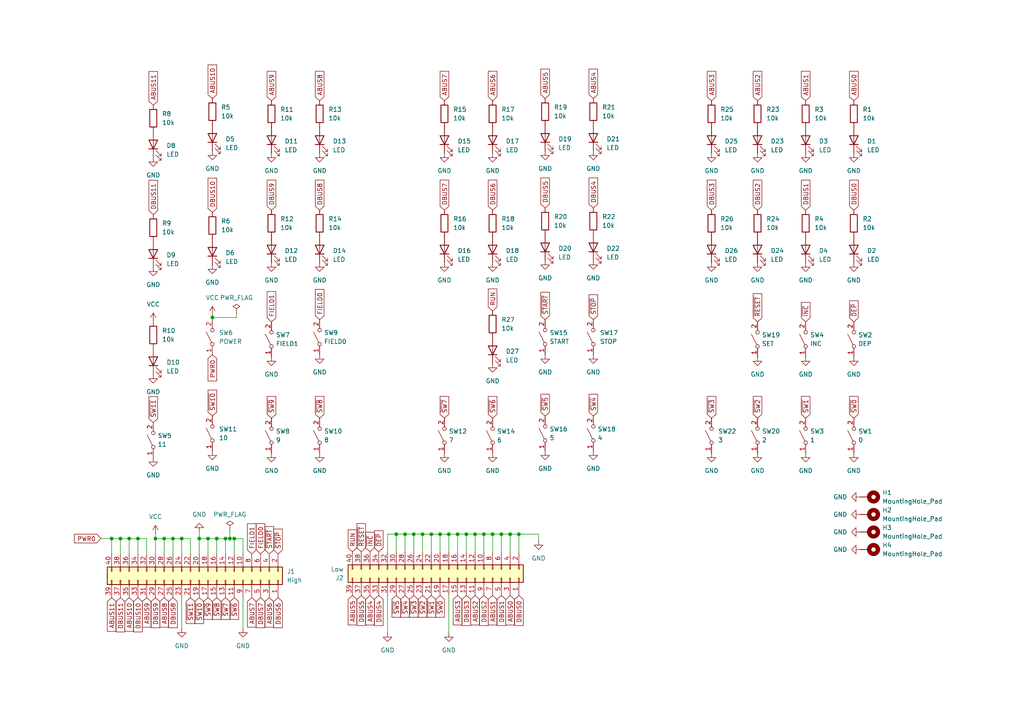
<source format=kicad_sch>
(kicad_sch (version 20230121) (generator eeschema)
  (paper "A4")
  (lib_symbols
    (symbol "Connector_Generic:Conn_02x20_Odd_Even" (pin_names (offset 1.016) hide)
      (property "Reference" "J" (at 1.27 25.4 0))
      (property "Value" "Conn_02x20_Odd_Even" (at 1.27 -27.94 0))
      (symbol "Conn_02x20_Odd_Even_1_1"
        (pin passive line (at -5.08 22.86 0) (length 3.81) (name "Pin_1") (number "1"))
        (pin passive line (at 7.62 12.7 180) (length 3.81) (name "Pin_10") (number "10"))
        (pin passive line (at -5.08 10.16 0) (length 3.81) (name "Pin_11") (number "11"))
        (pin passive line (at 7.62 10.16 180) (length 3.81) (name "Pin_12") (number "12"))
        (pin passive line (at -5.08 7.62 0) (length 3.81) (name "Pin_13") (number "13"))
        (pin passive line (at 7.62 7.62 180) (length 3.81) (name "Pin_14") (number "14"))
        (pin passive line (at -5.08 5.08 0) (length 3.81) (name "Pin_15") (number "15"))
        (pin passive line (at 7.62 5.08 180) (length 3.81) (name "Pin_16") (number "16"))
        (pin passive line (at -5.08 2.54 0) (length 3.81) (name "Pin_17") (number "17"))
        (pin passive line (at 7.62 2.54 180) (length 3.81) (name "Pin_18") (number "18"))
        (pin passive line (at -5.08 0 0) (length 3.81) (name "Pin_19") (number "19"))
        (pin passive line (at 7.62 22.86 180) (length 3.81) (name "Pin_2") (number "2"))
        (pin passive line (at 7.62 0 180) (length 3.81) (name "Pin_20") (number "20"))
        (pin passive line (at -5.08 -2.54 0) (length 3.81) (name "Pin_21") (number "21"))
        (pin passive line (at 7.62 -2.54 180) (length 3.81) (name "Pin_22") (number "22"))
        (pin passive line (at -5.08 -5.08 0) (length 3.81) (name "Pin_23") (number "23"))
        (pin passive line (at 7.62 -5.08 180) (length 3.81) (name "Pin_24") (number "24"))
        (pin passive line (at -5.08 -7.62 0) (length 3.81) (name "Pin_25") (number "25"))
        (pin passive line (at 7.62 -7.62 180) (length 3.81) (name "Pin_26") (number "26"))
        (pin passive line (at -5.08 -10.16 0) (length 3.81) (name "Pin_27") (number "27"))
        (pin passive line (at 7.62 -10.16 180) (length 3.81) (name "Pin_28") (number "28"))
        (pin passive line (at -5.08 -12.7 0) (length 3.81) (name "Pin_29") (number "29"))
        (pin passive line (at -5.08 20.32 0) (length 3.81) (name "Pin_3") (number "3"))
        (pin passive line (at 7.62 -12.7 180) (length 3.81) (name "Pin_30") (number "30"))
        (pin passive line (at -5.08 -15.24 0) (length 3.81) (name "Pin_31") (number "31"))
        (pin passive line (at 7.62 -15.24 180) (length 3.81) (name "Pin_32") (number "32"))
        (pin passive line (at -5.08 -17.78 0) (length 3.81) (name "Pin_33") (number "33"))
        (pin passive line (at 7.62 -17.78 180) (length 3.81) (name "Pin_34") (number "34"))
        (pin passive line (at -5.08 -20.32 0) (length 3.81) (name "Pin_35") (number "35"))
        (pin passive line (at 7.62 -20.32 180) (length 3.81) (name "Pin_36") (number "36"))
        (pin passive line (at -5.08 -22.86 0) (length 3.81) (name "Pin_37") (number "37"))
        (pin passive line (at 7.62 -22.86 180) (length 3.81) (name "Pin_38") (number "38"))
        (pin passive line (at -5.08 -25.4 0) (length 3.81) (name "Pin_39") (number "39"))
        (pin passive line (at 7.62 20.32 180) (length 3.81) (name "Pin_4") (number "4"))
        (pin passive line (at 7.62 -25.4 180) (length 3.81) (name "Pin_40") (number "40"))
        (pin passive line (at -5.08 17.78 0) (length 3.81) (name "Pin_5") (number "5"))
        (pin passive line (at 7.62 17.78 180) (length 3.81) (name "Pin_6") (number "6"))
        (pin passive line (at -5.08 15.24 0) (length 3.81) (name "Pin_7") (number "7"))
        (pin passive line (at 7.62 15.24 180) (length 3.81) (name "Pin_8") (number "8"))
        (pin passive line (at -5.08 12.7 0) (length 3.81) (name "Pin_9") (number "9"))
      )
    )
    (symbol "Device:LED" (pin_numbers hide) (pin_names (offset 1.016) hide)
      (property "Reference" "D" (at 0 2.54 0))
      (property "Value" "LED" (at 0 -2.54 0))
      (symbol "LED_1_1"
        (pin passive line (at -3.81 0 0) (length 2.54) (name "K") (number "1"))
        (pin passive line (at 3.81 0 180) (length 2.54) (name "A") (number "2"))
      )
    )
    (symbol "Device:R" (pin_numbers hide) (pin_names (offset 0))
      (property "Reference" "R" (at 2.032 0 90))
      (property "Value" "R" (at 0 0 90))
      (symbol "R_1_1"
        (pin passive line (at 0 3.81 270) (length 1.27) (name "~") (number "1"))
        (pin passive line (at 0 -3.81 90) (length 1.27) (name "~") (number "2"))
      )
    )
    (symbol "Mechanical:MountingHole_Pad" (pin_numbers hide) (pin_names (offset 1.016) hide)
      (property "Reference" "H" (at 0 6.35 0))
      (property "Value" "MountingHole_Pad" (at 0 4.445 0))
      (symbol "MountingHole_Pad_1_1"
        (pin input line (at 0 -2.54 90) (length 2.54) (name "1") (number "1"))
      )
    )
    (symbol "Switch:SW_SPST" (pin_names (offset 0) hide)
      (property "Reference" "SW" (at 0 3.175 0))
      (property "Value" "SW_SPST" (at 0 -2.54 0))
      (symbol "SW_SPST_1_1"
        (pin passive line (at -5.08 0 0) (length 2.54) (name "A") (number "1"))
        (pin passive line (at 5.08 0 180) (length 2.54) (name "B") (number "2"))
      )
    )
    (symbol "power:GND" (power) (pin_names (offset 0))
      (property "Value" "GND" (at 0 -3.81 0))
      (symbol "GND_1_1"
        (pin power_in line (at 0 0 270) (length 0) hide (name "GND") (number "1"))
      )
    )
    (symbol "power:PWR_FLAG" (power) (pin_numbers hide) (pin_names (offset 0) hide)
      (property "Value" "PWR_FLAG" (at 0 3.81 0))
      (symbol "PWR_FLAG_0_0"
        (pin power_out line (at 0 0 90) (length 0) (name "pwr") (number "1"))
      )
    )
    (symbol "power:VCC" (power) (pin_names (offset 0))
      (property "Value" "VCC" (at 0 3.81 0))
      (symbol "VCC_1_1"
        (pin power_in line (at 0 0 90) (length 0) hide (name "VCC") (number "1"))
      )
    )
  )
  (junction (at 114.935 154.94))
  (junction (at 125.095 154.94))
  (junction (at 147.955 154.94))
  (junction (at 142.875 154.94))
  (junction (at 57.785 156.21))
  (junction (at 130.175 154.94))
  (junction (at 145.415 154.94))
  (junction (at 45.085 156.21))
  (junction (at 34.925 156.21))
  (junction (at 37.465 156.21))
  (junction (at 66.675 156.21))
  (junction (at 140.335 154.94))
  (junction (at 137.795 154.94))
  (junction (at 122.555 154.94))
  (junction (at 65.405 156.21))
  (junction (at 40.005 156.21))
  (junction (at 132.715 154.94))
  (junction (at 120.015 154.94))
  (junction (at 150.495 154.94))
  (junction (at 62.865 156.21))
  (junction (at 47.625 156.21))
  (junction (at 32.385 156.21))
  (junction (at 50.165 156.21))
  (junction (at 135.255 154.94))
  (junction (at 61.595 92.075))
  (junction (at 52.705 156.21))
  (junction (at 67.945 156.21))
  (junction (at 127.635 154.94))
  (junction (at 117.475 154.94))
  (junction (at 60.325 156.21))
  (wire (pts (xy 125.095 154.94) (xy 125.095 160.02)))
  (wire (pts (xy 61.595 92.075) (xy 68.58 92.075)))
  (wire (pts (xy 130.175 172.72) (xy 130.175 183.515)))
  (wire (pts (xy 112.395 160.02) (xy 112.395 154.94)))
  (wire (pts (xy 37.465 156.21) (xy 34.925 156.21)))
  (wire (pts (xy 62.865 156.21) (xy 65.405 156.21)))
  (wire (pts (xy 114.935 154.94) (xy 114.935 160.02)))
  (wire (pts (xy 142.875 154.94) (xy 145.415 154.94)))
  (wire (pts (xy 66.675 153.67) (xy 66.675 156.21)))
  (wire (pts (xy 70.485 173.355) (xy 70.485 182.245)))
  (wire (pts (xy 127.635 154.94) (xy 130.175 154.94)))
  (wire (pts (xy 65.405 156.21) (xy 65.405 160.655)))
  (wire (pts (xy 125.095 154.94) (xy 127.635 154.94)))
  (wire (pts (xy 132.715 154.94) (xy 135.255 154.94)))
  (wire (pts (xy 66.675 156.21) (xy 67.945 156.21)))
  (wire (pts (xy 137.795 154.94) (xy 140.335 154.94)))
  (wire (pts (xy 42.545 156.21) (xy 40.005 156.21)))
  (wire (pts (xy 135.255 154.94) (xy 135.255 160.02)))
  (wire (pts (xy 34.925 156.21) (xy 32.385 156.21)))
  (wire (pts (xy 62.865 156.21) (xy 62.865 160.655)))
  (wire (pts (xy 40.005 156.21) (xy 40.005 160.655)))
  (wire (pts (xy 45.085 156.21) (xy 47.625 156.21)))
  (wire (pts (xy 42.545 160.655) (xy 42.545 156.21)))
  (wire (pts (xy 52.705 160.655) (xy 52.705 156.21)))
  (wire (pts (xy 122.555 154.94) (xy 122.555 160.02)))
  (wire (pts (xy 156.21 156.845) (xy 156.21 154.94)))
  (wire (pts (xy 50.165 156.21) (xy 52.705 156.21)))
  (wire (pts (xy 60.325 156.21) (xy 60.325 160.655)))
  (wire (pts (xy 40.005 156.21) (xy 37.465 156.21)))
  (wire (pts (xy 47.625 156.21) (xy 47.625 160.655)))
  (wire (pts (xy 34.925 156.21) (xy 34.925 160.655)))
  (wire (pts (xy 112.395 172.72) (xy 112.395 183.515)))
  (wire (pts (xy 55.245 156.21) (xy 55.245 160.655)))
  (wire (pts (xy 29.21 156.21) (xy 32.385 156.21)))
  (wire (pts (xy 130.175 154.94) (xy 132.715 154.94)))
  (wire (pts (xy 67.945 156.21) (xy 70.485 156.21)))
  (wire (pts (xy 47.625 156.21) (xy 50.165 156.21)))
  (wire (pts (xy 117.475 154.94) (xy 117.475 160.02)))
  (wire (pts (xy 130.175 154.94) (xy 130.175 160.02)))
  (wire (pts (xy 156.21 154.94) (xy 150.495 154.94)))
  (wire (pts (xy 114.935 154.94) (xy 117.475 154.94)))
  (wire (pts (xy 45.085 154.94) (xy 45.085 156.21)))
  (wire (pts (xy 61.595 92.075) (xy 61.595 92.71)))
  (wire (pts (xy 127.635 154.94) (xy 127.635 160.02)))
  (wire (pts (xy 68.58 90.805) (xy 68.58 92.075)))
  (wire (pts (xy 145.415 154.94) (xy 145.415 160.02)))
  (wire (pts (xy 32.385 156.21) (xy 32.385 160.655)))
  (wire (pts (xy 52.705 156.21) (xy 55.245 156.21)))
  (wire (pts (xy 140.335 154.94) (xy 140.335 160.02)))
  (wire (pts (xy 147.955 154.94) (xy 147.955 160.02)))
  (wire (pts (xy 135.255 154.94) (xy 137.795 154.94)))
  (wire (pts (xy 60.325 156.21) (xy 62.865 156.21)))
  (wire (pts (xy 140.335 154.94) (xy 142.875 154.94)))
  (wire (pts (xy 57.785 154.305) (xy 57.785 156.21)))
  (wire (pts (xy 65.405 156.21) (xy 66.675 156.21)))
  (wire (pts (xy 132.715 154.94) (xy 132.715 160.02)))
  (wire (pts (xy 145.415 154.94) (xy 147.955 154.94)))
  (wire (pts (xy 50.165 156.21) (xy 50.165 160.655)))
  (wire (pts (xy 150.495 154.94) (xy 150.495 160.02)))
  (wire (pts (xy 57.785 156.21) (xy 60.325 156.21)))
  (wire (pts (xy 57.785 156.21) (xy 57.785 160.655)))
  (wire (pts (xy 122.555 154.94) (xy 125.095 154.94)))
  (wire (pts (xy 117.475 154.94) (xy 120.015 154.94)))
  (wire (pts (xy 70.485 156.21) (xy 70.485 160.655)))
  (wire (pts (xy 137.795 154.94) (xy 137.795 160.02)))
  (wire (pts (xy 147.955 154.94) (xy 150.495 154.94)))
  (wire (pts (xy 120.015 154.94) (xy 122.555 154.94)))
  (wire (pts (xy 120.015 154.94) (xy 120.015 160.02)))
  (wire (pts (xy 37.465 156.21) (xy 37.465 160.655)))
  (wire (pts (xy 112.395 154.94) (xy 114.935 154.94)))
  (wire (pts (xy 142.875 154.94) (xy 142.875 160.02)))
  (wire (pts (xy 67.945 156.21) (xy 67.945 160.655)))
  (wire (pts (xy 45.085 156.21) (xy 45.085 160.655)))
  (wire (pts (xy 52.705 173.355) (xy 52.705 182.245)))
  (wire (pts (xy 61.595 91.44) (xy 61.595 92.075)))
  (global_label "RUN" (shape input) (at 142.875 90.17 90) (property "Intersheetrefs" "${INTERSHEET_REFS}" (effects hide)))
  (global_label "ABUS0" (shape input) (at 247.65 29.21 90) (property "Intersheetrefs" "${INTERSHEET_REFS}" (effects hide)))
  (global_label "~{DEP}" (shape input) (at 247.65 93.345 90) (property "Intersheetrefs" "${INTERSHEET_REFS}" (effects hide)))
  (global_label "~{SW10}" (shape input) (at 61.595 120.65 90) (property "Intersheetrefs" "${INTERSHEET_REFS}" (effects hide)))
  (global_label "ABUS5" (shape input) (at 102.235 172.72 270) (property "Intersheetrefs" "${INTERSHEET_REFS}" (effects hide)))
  (global_label "~{RESET}" (shape input) (at 104.775 160.02 90) (property "Intersheetrefs" "${INTERSHEET_REFS}" (effects hide)))
  (global_label "DBUS2" (shape input) (at 140.335 172.72 270) (property "Intersheetrefs" "${INTERSHEET_REFS}" (effects hide)))
  (global_label "ABUS4" (shape input) (at 107.315 172.72 270) (property "Intersheetrefs" "${INTERSHEET_REFS}" (effects hide)))
  (global_label "DBUS0" (shape input) (at 150.495 172.72 270) (property "Intersheetrefs" "${INTERSHEET_REFS}" (effects hide)))
  (global_label "~{SW1}" (shape input) (at 125.095 172.72 270) (property "Intersheetrefs" "${INTERSHEET_REFS}" (effects hide)))
  (global_label "DBUS5" (shape input) (at 104.775 172.72 270) (property "Intersheetrefs" "${INTERSHEET_REFS}" (effects hide)))
  (global_label "~{SW9}" (shape input) (at 78.74 121.285 90) (property "Intersheetrefs" "${INTERSHEET_REFS}" (effects hide)))
  (global_label "~{START}" (shape input) (at 158.115 92.71 90) (property "Intersheetrefs" "${INTERSHEET_REFS}" (effects hide)))
  (global_label "ABUS5" (shape input) (at 158.115 28.575 90) (property "Intersheetrefs" "${INTERSHEET_REFS}" (effects hide)))
  (global_label "~{STOP}" (shape input) (at 172.085 92.71 90) (property "Intersheetrefs" "${INTERSHEET_REFS}" (effects hide)))
  (global_label "ABUS4" (shape input) (at 172.085 28.575 90) (property "Intersheetrefs" "${INTERSHEET_REFS}" (effects hide)))
  (global_label "FIELD0" (shape input) (at 75.565 160.655 90) (property "Intersheetrefs" "${INTERSHEET_REFS}" (effects hide)))
  (global_label "DBUS3" (shape input) (at 206.375 60.96 90) (property "Intersheetrefs" "${INTERSHEET_REFS}" (effects hide)))
  (global_label "DBUS10" (shape input) (at 61.595 61.595 90) (property "Intersheetrefs" "${INTERSHEET_REFS}" (effects hide)))
  (global_label "~{INC}" (shape input) (at 107.315 160.02 90) (property "Intersheetrefs" "${INTERSHEET_REFS}" (effects hide)))
  (global_label "ABUS7" (shape input) (at 73.025 173.355 270) (property "Intersheetrefs" "${INTERSHEET_REFS}" (effects hide)))
  (global_label "ABUS11" (shape input) (at 32.385 173.355 270) (property "Intersheetrefs" "${INTERSHEET_REFS}" (effects hide)))
  (global_label "DBUS8" (shape input) (at 92.71 60.96 90) (property "Intersheetrefs" "${INTERSHEET_REFS}" (effects hide)))
  (global_label "~{SW6}" (shape input) (at 67.945 173.355 270) (property "Intersheetrefs" "${INTERSHEET_REFS}" (effects hide)))
  (global_label "~{SW5}" (shape input) (at 158.115 120.65 90) (property "Intersheetrefs" "${INTERSHEET_REFS}" (effects hide)))
  (global_label "~{SW9}" (shape input) (at 60.325 173.355 270) (property "Intersheetrefs" "${INTERSHEET_REFS}" (effects hide)))
  (global_label "DBUS1" (shape input) (at 233.68 60.96 90) (property "Intersheetrefs" "${INTERSHEET_REFS}" (effects hide)))
  (global_label "DBUS9" (shape input) (at 45.085 173.355 270) (property "Intersheetrefs" "${INTERSHEET_REFS}" (effects hide)))
  (global_label "~{SW8}" (shape input) (at 92.71 121.285 90) (property "Intersheetrefs" "${INTERSHEET_REFS}" (effects hide)))
  (global_label "ABUS10" (shape input) (at 37.465 173.355 270) (property "Intersheetrefs" "${INTERSHEET_REFS}" (effects hide)))
  (global_label "ABUS6" (shape input) (at 142.875 29.21 90) (property "Intersheetrefs" "${INTERSHEET_REFS}" (effects hide)))
  (global_label "~{SW0}" (shape input) (at 127.635 172.72 270) (property "Intersheetrefs" "${INTERSHEET_REFS}" (effects hide)))
  (global_label "DBUS1" (shape input) (at 145.415 172.72 270) (property "Intersheetrefs" "${INTERSHEET_REFS}" (effects hide)))
  (global_label "~{SW3}" (shape input) (at 206.375 121.285 90) (property "Intersheetrefs" "${INTERSHEET_REFS}" (effects hide)))
  (global_label "~{INC}" (shape input) (at 233.68 93.345 90) (property "Intersheetrefs" "${INTERSHEET_REFS}" (effects hide)))
  (global_label "ABUS8" (shape input) (at 47.625 173.355 270) (property "Intersheetrefs" "${INTERSHEET_REFS}" (effects hide)))
  (global_label "~{RESET}" (shape input) (at 219.71 93.345 90) (property "Intersheetrefs" "${INTERSHEET_REFS}" (effects hide)))
  (global_label "~{DEP}" (shape input) (at 109.855 160.02 90) (property "Intersheetrefs" "${INTERSHEET_REFS}" (effects hide)))
  (global_label "DBUS6" (shape input) (at 80.645 173.355 270) (property "Intersheetrefs" "${INTERSHEET_REFS}" (effects hide)))
  (global_label "ABUS10" (shape input) (at 61.595 28.575 90) (property "Intersheetrefs" "${INTERSHEET_REFS}" (effects hide)))
  (global_label "~{SW2}" (shape input) (at 219.71 121.285 90) (property "Intersheetrefs" "${INTERSHEET_REFS}" (effects hide)))
  (global_label "ABUS1" (shape input) (at 142.875 172.72 270) (property "Intersheetrefs" "${INTERSHEET_REFS}" (effects hide)))
  (global_label "~{SW4}" (shape input) (at 172.085 120.65 90) (property "Intersheetrefs" "${INTERSHEET_REFS}" (effects hide)))
  (global_label "ABUS2" (shape input) (at 219.71 29.21 90) (property "Intersheetrefs" "${INTERSHEET_REFS}" (effects hide)))
  (global_label "FIELD1" (shape input) (at 73.025 160.655 90) (property "Intersheetrefs" "${INTERSHEET_REFS}" (effects hide)))
  (global_label "~{SW0}" (shape input) (at 247.65 121.285 90) (property "Intersheetrefs" "${INTERSHEET_REFS}" (effects hide)))
  (global_label "DBUS8" (shape input) (at 50.165 173.355 270) (property "Intersheetrefs" "${INTERSHEET_REFS}" (effects hide)))
  (global_label "DBUS11" (shape input) (at 34.925 173.355 270) (property "Intersheetrefs" "${INTERSHEET_REFS}" (effects hide)))
  (global_label "ABUS7" (shape input) (at 128.905 29.21 90) (property "Intersheetrefs" "${INTERSHEET_REFS}" (effects hide)))
  (global_label "DBUS6" (shape input) (at 142.875 60.96 90) (property "Intersheetrefs" "${INTERSHEET_REFS}" (effects hide)))
  (global_label "ABUS2" (shape input) (at 137.795 172.72 270) (property "Intersheetrefs" "${INTERSHEET_REFS}" (effects hide)))
  (global_label "~{SW11}" (shape input) (at 55.245 173.355 270) (property "Intersheetrefs" "${INTERSHEET_REFS}" (effects hide)))
  (global_label "ABUS9" (shape input) (at 42.545 173.355 270) (property "Intersheetrefs" "${INTERSHEET_REFS}" (effects hide)))
  (global_label "DBUS3" (shape input) (at 135.255 172.72 270) (property "Intersheetrefs" "${INTERSHEET_REFS}" (effects hide)))
  (global_label "PWR0" (shape input) (at 29.21 156.21 180) (property "Intersheetrefs" "${INTERSHEET_REFS}" (effects hide)))
  (global_label "~{SW5}" (shape input) (at 114.935 172.72 270) (property "Intersheetrefs" "${INTERSHEET_REFS}" (effects hide)))
  (global_label "DBUS5" (shape input) (at 158.115 60.325 90) (property "Intersheetrefs" "${INTERSHEET_REFS}" (effects hide)))
  (global_label "ABUS8" (shape input) (at 92.71 29.21 90) (property "Intersheetrefs" "${INTERSHEET_REFS}" (effects hide)))
  (global_label "~{SW4}" (shape input) (at 117.475 172.72 270) (property "Intersheetrefs" "${INTERSHEET_REFS}" (effects hide)))
  (global_label "PWR0" (shape input) (at 61.595 102.87 270) (property "Intersheetrefs" "${INTERSHEET_REFS}" (effects hide)))
  (global_label "~{SW7}" (shape input) (at 128.905 121.285 90) (property "Intersheetrefs" "${INTERSHEET_REFS}" (effects hide)))
  (global_label "ABUS9" (shape input) (at 78.74 29.21 90) (property "Intersheetrefs" "${INTERSHEET_REFS}" (effects hide)))
  (global_label "RUN" (shape input) (at 102.235 160.02 90) (property "Intersheetrefs" "${INTERSHEET_REFS}" (effects hide)))
  (global_label "DBUS0" (shape input) (at 247.65 60.96 90) (property "Intersheetrefs" "${INTERSHEET_REFS}" (effects hide)))
  (global_label "~{SW6}" (shape input) (at 142.875 121.285 90) (property "Intersheetrefs" "${INTERSHEET_REFS}" (effects hide)))
  (global_label "~{SW3}" (shape input) (at 120.015 172.72 270) (property "Intersheetrefs" "${INTERSHEET_REFS}" (effects hide)))
  (global_label "DBUS11" (shape input) (at 44.45 62.23 90) (property "Intersheetrefs" "${INTERSHEET_REFS}" (effects hide)))
  (global_label "~{SW10}" (shape input) (at 57.785 173.355 270) (property "Intersheetrefs" "${INTERSHEET_REFS}" (effects hide)))
  (global_label "DBUS10" (shape input) (at 40.005 173.355 270) (property "Intersheetrefs" "${INTERSHEET_REFS}" (effects hide)))
  (global_label "DBUS7" (shape input) (at 128.905 60.96 90) (property "Intersheetrefs" "${INTERSHEET_REFS}" (effects hide)))
  (global_label "DBUS4" (shape input) (at 172.085 60.325 90) (property "Intersheetrefs" "${INTERSHEET_REFS}" (effects hide)))
  (global_label "~{SW7}" (shape input) (at 65.405 173.355 270) (property "Intersheetrefs" "${INTERSHEET_REFS}" (effects hide)))
  (global_label "FIELD1" (shape input) (at 78.74 93.345 90) (property "Intersheetrefs" "${INTERSHEET_REFS}" (effects hide)))
  (global_label "~{SW11}" (shape input) (at 44.45 122.555 90) (property "Intersheetrefs" "${INTERSHEET_REFS}" (effects hide)))
  (global_label "FIELD0" (shape input) (at 92.71 92.71 90) (property "Intersheetrefs" "${INTERSHEET_REFS}" (effects hide)))
  (global_label "ABUS1" (shape input) (at 233.68 29.21 90) (property "Intersheetrefs" "${INTERSHEET_REFS}" (effects hide)))
  (global_label "DBUS7" (shape input) (at 75.565 173.355 270) (property "Intersheetrefs" "${INTERSHEET_REFS}" (effects hide)))
  (global_label "ABUS3" (shape input) (at 132.715 172.72 270) (property "Intersheetrefs" "${INTERSHEET_REFS}" (effects hide)))
  (global_label "~{STOP}" (shape input) (at 80.645 160.655 90) (property "Intersheetrefs" "${INTERSHEET_REFS}" (effects hide)))
  (global_label "~{START}" (shape input) (at 78.105 160.655 90) (property "Intersheetrefs" "${INTERSHEET_REFS}" (effects hide)))
  (global_label "DBUS2" (shape input) (at 219.71 60.96 90) (property "Intersheetrefs" "${INTERSHEET_REFS}" (effects hide)))
  (global_label "DBUS4" (shape input) (at 109.855 172.72 270) (property "Intersheetrefs" "${INTERSHEET_REFS}" (effects hide)))
  (global_label "~{SW2}" (shape input) (at 122.555 172.72 270) (property "Intersheetrefs" "${INTERSHEET_REFS}" (effects hide)))
  (global_label "DBUS9" (shape input) (at 78.74 60.96 90) (property "Intersheetrefs" "${INTERSHEET_REFS}" (effects hide)))
  (global_label "ABUS6" (shape input) (at 78.105 173.355 270) (property "Intersheetrefs" "${INTERSHEET_REFS}" (effects hide)))
  (global_label "ABUS0" (shape input) (at 147.955 172.72 270) (property "Intersheetrefs" "${INTERSHEET_REFS}" (effects hide)))
  (global_label "ABUS3" (shape input) (at 206.375 29.21 90) (property "Intersheetrefs" "${INTERSHEET_REFS}" (effects hide)))
  (global_label "~{SW8}" (shape input) (at 62.865 173.355 270) (property "Intersheetrefs" "${INTERSHEET_REFS}" (effects hide)))
  (global_label "~{SW1}" (shape input) (at 233.68 121.285 90) (property "Intersheetrefs" "${INTERSHEET_REFS}" (effects hide)))
  (global_label "ABUS11" (shape input) (at 44.45 30.48 90) (property "Intersheetrefs" "${INTERSHEET_REFS}" (effects hide)))
  (symbol (lib_id "Device:R") (at 92.71 33.02 0) (unit 1)
    (property "Reference" "R13" (at 95.25 31.75 0) (effects (justify left)))
    (property "Value" "10k" (at 95.25 34.29 0) (effects (justify left)))
    (property "Footprint" "Resistor_THT:R_Axial_DIN0207_L6.3mm_D2.5mm_P10.16mm_Horizontal" (effects hide))
  )
  (symbol (lib_id "power:GND") (at 61.595 43.815 0) (unit 1)
    (property "Reference" "#PWR020" (effects hide))
    (property "Value" "GND" (at 61.595 48.895 0))
  )
  (symbol (lib_id "power:GND") (at 233.68 76.2 0) (unit 1)
    (property "Reference" "#PWR012" (effects hide))
    (property "Value" "GND" (at 233.68 81.28 0))
  )
  (symbol (lib_id "Device:R") (at 78.74 64.77 0) (unit 1)
    (property "Reference" "R12" (at 81.28 63.5 0) (effects (justify left)))
    (property "Value" "10k" (at 81.28 66.04 0) (effects (justify left)))
    (property "Footprint" "Resistor_THT:R_Axial_DIN0207_L6.3mm_D2.5mm_P10.16mm_Horizontal" (effects hide))
  )
  (symbol (lib_id "Device:R") (at 233.68 33.02 0) (unit 1)
    (property "Reference" "R3" (at 236.22 31.75 0) (effects (justify left)))
    (property "Value" "10k" (at 236.22 34.29 0) (effects (justify left)))
    (property "Footprint" "Resistor_THT:R_Axial_DIN0207_L6.3mm_D2.5mm_P10.16mm_Horizontal" (effects hide))
  )
  (symbol (lib_id "Switch:SW_SPST") (at 92.71 97.79 90) (unit 1)
    (property "Reference" "SW9" (at 93.98 96.52 90) (effects (justify right)))
    (property "Value" "FIELD0" (at 93.98 99.06 90) (effects (justify right)))
    (property "Footprint" "Button_Switch_THT:SW_MINI_TOGGLE" (effects hide))
  )
  (symbol (lib_id "Device:R") (at 142.875 93.98 0) (unit 1)
    (property "Reference" "R27" (at 145.415 92.71 0) (effects (justify left)))
    (property "Value" "10k" (at 145.415 95.25 0) (effects (justify left)))
    (property "Footprint" "Resistor_THT:R_Axial_DIN0207_L6.3mm_D2.5mm_P10.16mm_Horizontal" (effects hide))
  )
  (symbol (lib_id "power:GND") (at 61.595 130.81 0) (unit 1)
    (property "Reference" "#PWR023" (effects hide))
    (property "Value" "GND" (at 61.595 135.89 0))
  )
  (symbol (lib_id "power:GND") (at 172.085 43.815 0) (unit 1)
    (property "Reference" "#PWR049" (effects hide))
    (property "Value" "GND" (at 172.085 48.895 0))
  )
  (symbol (lib_id "Device:R") (at 206.375 33.02 0) (unit 1)
    (property "Reference" "R25" (at 208.915 31.75 0) (effects (justify left)))
    (property "Value" "10k" (at 208.915 34.29 0) (effects (justify left)))
    (property "Footprint" "Resistor_THT:R_Axial_DIN0207_L6.3mm_D2.5mm_P10.16mm_Horizontal" (effects hide))
  )
  (symbol (lib_id "Device:R") (at 128.905 33.02 0) (unit 1)
    (property "Reference" "R15" (at 131.445 31.75 0) (effects (justify left)))
    (property "Value" "10k" (at 131.445 34.29 0) (effects (justify left)))
    (property "Footprint" "Resistor_THT:R_Axial_DIN0207_L6.3mm_D2.5mm_P10.16mm_Horizontal" (effects hide))
  )
  (symbol (lib_id "Device:LED") (at 206.375 40.64 90) (unit 1)
    (property "Reference" "D25" (at 210.185 40.9575 90) (effects (justify right)))
    (property "Value" "LED" (at 210.185 43.4975 90) (effects (justify right)))
    (property "Footprint" "LED_THT:LED_D3.0mm" (effects hide))
  )
  (symbol (lib_id "Device:R") (at 128.905 64.77 0) (unit 1)
    (property "Reference" "R16" (at 131.445 63.5 0) (effects (justify left)))
    (property "Value" "10k" (at 131.445 66.04 0) (effects (justify left)))
    (property "Footprint" "Resistor_THT:R_Axial_DIN0207_L6.3mm_D2.5mm_P10.16mm_Horizontal" (effects hide))
  )
  (symbol (lib_id "power:GND") (at 142.875 131.445 0) (unit 1)
    (property "Reference" "#PWR044" (effects hide))
    (property "Value" "GND" (at 142.875 136.525 0))
  )
  (symbol (lib_id "power:GND") (at 142.875 76.2 0) (unit 1)
    (property "Reference" "#PWR042" (effects hide))
    (property "Value" "GND" (at 142.875 81.28 0))
  )
  (symbol (lib_id "Device:LED") (at 142.875 40.64 90) (unit 1)
    (property "Reference" "D17" (at 146.685 40.9575 90) (effects (justify right)))
    (property "Value" "LED" (at 146.685 43.4975 90) (effects (justify right)))
    (property "Footprint" "LED_THT:LED_D3.0mm" (effects hide))
  )
  (symbol (lib_id "Device:LED") (at 61.595 40.005 90) (unit 1)
    (property "Reference" "D5" (at 65.405 40.3225 90) (effects (justify right)))
    (property "Value" "LED" (at 65.405 42.8625 90) (effects (justify right)))
    (property "Footprint" "LED_THT:LED_D3.0mm" (effects hide))
  )
  (symbol (lib_id "power:GND") (at 206.375 76.2 0) (unit 1)
    (property "Reference" "#PWR058" (effects hide))
    (property "Value" "GND" (at 206.375 81.28 0))
  )
  (symbol (lib_id "Device:LED") (at 78.74 40.64 90) (unit 1)
    (property "Reference" "D11" (at 82.55 40.9575 90) (effects (justify right)))
    (property "Value" "LED" (at 82.55 43.4975 90) (effects (justify right)))
    (property "Footprint" "LED_THT:LED_D3.0mm" (effects hide))
  )
  (symbol (lib_id "Device:LED") (at 158.115 71.755 90) (unit 1)
    (property "Reference" "D20" (at 161.925 72.0725 90) (effects (justify right)))
    (property "Value" "LED" (at 161.925 74.6125 90) (effects (justify right)))
    (property "Footprint" "LED_THT:LED_D3.0mm" (effects hide))
  )
  (symbol (lib_id "power:GND") (at 249.555 154.305 270) (unit 1)
    (property "Reference" "#PWR09" (effects hide))
    (property "Value" "GND" (at 245.745 154.305 90) (effects (justify right)))
  )
  (symbol (lib_id "power:GND") (at 92.71 76.2 0) (unit 1)
    (property "Reference" "#PWR034" (effects hide))
    (property "Value" "GND" (at 92.71 81.28 0))
  )
  (symbol (lib_id "Device:LED") (at 219.71 40.64 90) (unit 1)
    (property "Reference" "D23" (at 223.52 40.9575 90) (effects (justify right)))
    (property "Value" "LED" (at 223.52 43.4975 90) (effects (justify right)))
    (property "Footprint" "LED_THT:LED_D3.0mm" (effects hide))
  )
  (symbol (lib_id "Connector_Generic:Conn_02x20_Odd_Even") (at 127.635 167.64 270) (mirror x) (unit 1)
    (property "Reference" "J2" (at 99.695 167.64 90) (effects (justify right)))
    (property "Value" "Low" (at 99.695 165.1 90) (effects (justify right)))
    (property "Footprint" "Connector_IDC:IDC-Header_2x20_P2.54mm_Vertical" (effects hide))
  )
  (symbol (lib_id "power:GND") (at 219.71 131.445 0) (unit 1)
    (property "Reference" "#PWR056" (effects hide))
    (property "Value" "GND" (at 219.71 136.525 0))
  )
  (symbol (lib_id "power:GND") (at 172.085 130.81 0) (unit 1)
    (property "Reference" "#PWR052" (effects hide))
    (property "Value" "GND" (at 172.085 135.89 0))
  )
  (symbol (lib_id "power:GND") (at 78.74 44.45 0) (unit 1)
    (property "Reference" "#PWR029" (effects hide))
    (property "Value" "GND" (at 78.74 49.53 0))
  )
  (symbol (lib_id "Switch:SW_SPST") (at 219.71 98.425 90) (unit 1)
    (property "Reference" "SW19" (at 220.98 97.155 90) (effects (justify right)))
    (property "Value" "SET" (at 220.98 99.695 90) (effects (justify right)))
    (property "Footprint" "Button_Switch_THT:SW_MINI_TOGGLE" (effects hide))
  )
  (symbol (lib_id "power:GND") (at 219.71 103.505 0) (unit 1)
    (property "Reference" "#PWR055" (effects hide))
    (property "Value" "GND" (at 219.71 108.585 0))
  )
  (symbol (lib_id "power:GND") (at 142.875 105.41 0) (unit 1)
    (property "Reference" "#PWR039" (effects hide))
    (property "Value" "GND" (at 142.875 110.49 0))
  )
  (symbol (lib_id "Switch:SW_SPST") (at 142.875 126.365 90) (unit 1)
    (property "Reference" "SW14" (at 144.145 125.095 90) (effects (justify right)))
    (property "Value" "6" (at 144.145 127.635 90) (effects (justify right)))
    (property "Footprint" "Button_Switch_THT:SW_MINI_TOGGLE" (effects hide))
  )
  (symbol (lib_id "power:GND") (at 57.785 154.305 180) (unit 1)
    (property "Reference" "#PWR01" (effects hide))
    (property "Value" "GND" (at 57.785 149.225 0))
  )
  (symbol (lib_id "power:GND") (at 172.085 102.87 0) (unit 1)
    (property "Reference" "#PWR051" (effects hide))
    (property "Value" "GND" (at 172.085 107.95 0))
  )
  (symbol (lib_id "power:VCC") (at 61.595 91.44 0) (unit 1)
    (property "Reference" "#PWR022" (effects hide))
    (property "Value" "VCC" (at 61.595 86.36 0))
  )
  (symbol (lib_id "Mechanical:MountingHole_Pad") (at 252.095 144.145 270) (unit 1)
    (property "Reference" "H1" (at 255.905 142.875 90) (effects (justify left)))
    (property "Value" "MountingHole_Pad" (at 255.905 145.415 90) (effects (justify left)))
    (property "Footprint" "MountingHole:MountingHole_3.2mm_M3_Pad_Via" (effects hide))
  )
  (symbol (lib_id "Device:R") (at 219.71 33.02 0) (unit 1)
    (property "Reference" "R23" (at 222.25 31.75 0) (effects (justify left)))
    (property "Value" "10k" (at 222.25 34.29 0) (effects (justify left)))
    (property "Footprint" "Resistor_THT:R_Axial_DIN0207_L6.3mm_D2.5mm_P10.16mm_Horizontal" (effects hide))
  )
  (symbol (lib_id "Device:R") (at 172.085 64.135 0) (unit 1)
    (property "Reference" "R22" (at 174.625 62.865 0) (effects (justify left)))
    (property "Value" "10k" (at 174.625 65.405 0) (effects (justify left)))
    (property "Footprint" "Resistor_THT:R_Axial_DIN0207_L6.3mm_D2.5mm_P10.16mm_Horizontal" (effects hide))
  )
  (symbol (lib_id "power:GND") (at 233.68 131.445 0) (unit 1)
    (property "Reference" "#PWR014" (effects hide))
    (property "Value" "GND" (at 233.68 136.525 0))
  )
  (symbol (lib_id "Device:LED") (at 142.875 72.39 90) (unit 1)
    (property "Reference" "D18" (at 146.685 72.7075 90) (effects (justify right)))
    (property "Value" "LED" (at 146.685 75.2475 90) (effects (justify right)))
    (property "Footprint" "LED_THT:LED_D3.0mm" (effects hide))
  )
  (symbol (lib_id "Switch:SW_SPST") (at 78.74 98.425 90) (unit 1)
    (property "Reference" "SW7" (at 80.01 97.155 90) (effects (justify right)))
    (property "Value" "FIELD1" (at 80.01 99.695 90) (effects (justify right)))
    (property "Footprint" "Button_Switch_THT:SW_MINI_TOGGLE" (effects hide))
  )
  (symbol (lib_id "Device:LED") (at 61.595 73.025 90) (unit 1)
    (property "Reference" "D6" (at 65.405 73.3425 90) (effects (justify right)))
    (property "Value" "LED" (at 65.405 75.8825 90) (effects (justify right)))
    (property "Footprint" "LED_THT:LED_D3.0mm" (effects hide))
  )
  (symbol (lib_id "power:GND") (at 128.905 76.2 0) (unit 1)
    (property "Reference" "#PWR038" (effects hide))
    (property "Value" "GND" (at 128.905 81.28 0))
  )
  (symbol (lib_id "power:GND") (at 249.555 149.225 270) (unit 1)
    (property "Reference" "#PWR08" (effects hide))
    (property "Value" "GND" (at 245.745 149.225 90) (effects (justify right)))
  )
  (symbol (lib_id "power:GND") (at 247.65 103.505 0) (unit 1)
    (property "Reference" "#PWR011" (effects hide))
    (property "Value" "GND" (at 247.65 108.585 0))
  )
  (symbol (lib_id "Device:LED") (at 158.115 40.005 90) (unit 1)
    (property "Reference" "D19" (at 161.925 40.3225 90) (effects (justify right)))
    (property "Value" "LED" (at 161.925 42.8625 90) (effects (justify right)))
    (property "Footprint" "LED_THT:LED_D3.0mm" (effects hide))
  )
  (symbol (lib_id "power:GND") (at 247.65 76.2 0) (unit 1)
    (property "Reference" "#PWR013" (effects hide))
    (property "Value" "GND" (at 247.65 81.28 0))
  )
  (symbol (lib_id "Device:LED") (at 142.875 101.6 90) (unit 1)
    (property "Reference" "D27" (at 146.685 101.9175 90) (effects (justify right)))
    (property "Value" "LED" (at 146.685 104.4575 90) (effects (justify right)))
    (property "Footprint" "LED_THT:LED_D3.0mm" (effects hide))
  )
  (symbol (lib_id "Device:R") (at 142.875 33.02 0) (unit 1)
    (property "Reference" "R17" (at 145.415 31.75 0) (effects (justify left)))
    (property "Value" "10k" (at 145.415 34.29 0) (effects (justify left)))
    (property "Footprint" "Resistor_THT:R_Axial_DIN0207_L6.3mm_D2.5mm_P10.16mm_Horizontal" (effects hide))
  )
  (symbol (lib_id "Mechanical:MountingHole_Pad") (at 252.095 149.225 270) (unit 1)
    (property "Reference" "H2" (at 255.905 147.955 90) (effects (justify left)))
    (property "Value" "MountingHole_Pad" (at 255.905 150.495 90) (effects (justify left)))
    (property "Footprint" "MountingHole:MountingHole_3.2mm_M3_Pad_Via" (effects hide))
  )
  (symbol (lib_id "Switch:SW_SPST") (at 206.375 126.365 90) (unit 1)
    (property "Reference" "SW22" (at 208.28 125.095 90) (effects (justify right)))
    (property "Value" "3" (at 208.28 127.635 90) (effects (justify right)))
    (property "Footprint" "Button_Switch_THT:SW_MINI_TOGGLE" (effects hide))
  )
  (symbol (lib_id "power:GND") (at 158.115 43.815 0) (unit 1)
    (property "Reference" "#PWR045" (effects hide))
    (property "Value" "GND" (at 158.115 48.895 0))
  )
  (symbol (lib_id "Switch:SW_SPST") (at 158.115 97.79 90) (unit 1)
    (property "Reference" "SW15" (at 159.385 96.52 90) (effects (justify right)))
    (property "Value" "START" (at 159.385 99.06 90) (effects (justify right)))
    (property "Footprint" "Button_Switch_THT:SW_MINI_TOGGLE" (effects hide))
  )
  (symbol (lib_id "power:GND") (at 247.65 44.45 0) (unit 1)
    (property "Reference" "#PWR04" (effects hide))
    (property "Value" "GND" (at 247.65 49.53 0))
  )
  (symbol (lib_id "Device:LED") (at 206.375 72.39 90) (unit 1)
    (property "Reference" "D26" (at 210.185 72.7075 90) (effects (justify right)))
    (property "Value" "LED" (at 210.185 75.2475 90) (effects (justify right)))
    (property "Footprint" "LED_THT:LED_D3.0mm" (effects hide))
  )
  (symbol (lib_id "power:GND") (at 142.875 44.45 0) (unit 1)
    (property "Reference" "#PWR041" (effects hide))
    (property "Value" "GND" (at 142.875 49.53 0))
  )
  (symbol (lib_id "power:GND") (at 158.115 75.565 0) (unit 1)
    (property "Reference" "#PWR046" (effects hide))
    (property "Value" "GND" (at 158.115 80.645 0))
  )
  (symbol (lib_id "Switch:SW_SPST") (at 78.74 126.365 90) (unit 1)
    (property "Reference" "SW8" (at 80.01 125.095 90) (effects (justify right)))
    (property "Value" "9" (at 80.01 127.635 90) (effects (justify right)))
    (property "Footprint" "Button_Switch_THT:SW_MINI_TOGGLE" (effects hide))
  )
  (symbol (lib_id "Switch:SW_SPST") (at 128.905 126.365 90) (unit 1)
    (property "Reference" "SW12" (at 130.175 125.095 90) (effects (justify right)))
    (property "Value" "7" (at 130.175 127.635 90) (effects (justify right)))
    (property "Footprint" "Button_Switch_THT:SW_MINI_TOGGLE" (effects hide))
  )
  (symbol (lib_id "Device:R") (at 219.71 64.77 0) (unit 1)
    (property "Reference" "R24" (at 222.25 63.5 0) (effects (justify left)))
    (property "Value" "10k" (at 222.25 66.04 0) (effects (justify left)))
    (property "Footprint" "Resistor_THT:R_Axial_DIN0207_L6.3mm_D2.5mm_P10.16mm_Horizontal" (effects hide))
  )
  (symbol (lib_id "power:GND") (at 206.375 44.45 0) (unit 1)
    (property "Reference" "#PWR057" (effects hide))
    (property "Value" "GND" (at 206.375 49.53 0))
  )
  (symbol (lib_id "Device:R") (at 158.115 64.135 0) (unit 1)
    (property "Reference" "R20" (at 160.655 62.865 0) (effects (justify left)))
    (property "Value" "10k" (at 160.655 65.405 0) (effects (justify left)))
    (property "Footprint" "Resistor_THT:R_Axial_DIN0207_L6.3mm_D2.5mm_P10.16mm_Horizontal" (effects hide))
  )
  (symbol (lib_id "Switch:SW_SPST") (at 61.595 125.73 90) (unit 1)
    (property "Reference" "SW11" (at 63.5 124.46 90) (effects (justify right)))
    (property "Value" "10" (at 63.5 127 90) (effects (justify right)))
    (property "Footprint" "Button_Switch_THT:SW_MINI_TOGGLE" (effects hide))
  )
  (symbol (lib_id "Device:R") (at 44.45 66.04 0) (unit 1)
    (property "Reference" "R9" (at 46.99 64.77 0) (effects (justify left)))
    (property "Value" "10k" (at 46.99 67.31 0) (effects (justify left)))
    (property "Footprint" "Resistor_THT:R_Axial_DIN0207_L6.3mm_D2.5mm_P10.16mm_Horizontal" (effects hide))
  )
  (symbol (lib_id "Device:LED") (at 233.68 72.39 90) (unit 1)
    (property "Reference" "D4" (at 237.49 72.7075 90) (effects (justify right)))
    (property "Value" "LED" (at 237.49 75.2475 90) (effects (justify right)))
    (property "Footprint" "LED_THT:LED_D3.0mm" (effects hide))
  )
  (symbol (lib_id "Device:R") (at 61.595 65.405 0) (unit 1)
    (property "Reference" "R6" (at 64.135 64.135 0) (effects (justify left)))
    (property "Value" "10k" (at 64.135 66.675 0) (effects (justify left)))
    (property "Footprint" "Resistor_THT:R_Axial_DIN0207_L6.3mm_D2.5mm_P10.16mm_Horizontal" (effects hide))
  )
  (symbol (lib_id "power:GND") (at 70.485 182.245 0) (unit 1)
    (property "Reference" "#PWR02" (effects hide))
    (property "Value" "GND" (at 70.485 187.325 0))
  )
  (symbol (lib_id "power:GND") (at 112.395 183.515 0) (unit 1)
    (property "Reference" "#PWR018" (effects hide))
    (property "Value" "GND" (at 112.395 188.595 0))
  )
  (symbol (lib_id "Device:R") (at 44.45 97.155 0) (unit 1)
    (property "Reference" "R10" (at 46.99 95.885 0) (effects (justify left)))
    (property "Value" "10k" (at 46.99 98.425 0) (effects (justify left)))
    (property "Footprint" "Resistor_THT:R_Axial_DIN0207_L6.3mm_D2.5mm_P10.16mm_Horizontal" (effects hide))
  )
  (symbol (lib_id "Switch:SW_SPST") (at 233.68 126.365 90) (unit 1)
    (property "Reference" "SW3" (at 234.95 125.095 90) (effects (justify right)))
    (property "Value" "1" (at 234.95 127.635 90) (effects (justify right)))
    (property "Footprint" "Button_Switch_THT:SW_MINI_TOGGLE" (effects hide))
  )
  (symbol (lib_id "Device:R") (at 78.74 33.02 0) (unit 1)
    (property "Reference" "R11" (at 81.28 31.75 0) (effects (justify left)))
    (property "Value" "10k" (at 81.28 34.29 0) (effects (justify left)))
    (property "Footprint" "Resistor_THT:R_Axial_DIN0207_L6.3mm_D2.5mm_P10.16mm_Horizontal" (effects hide))
  )
  (symbol (lib_id "Device:R") (at 92.71 64.77 0) (unit 1)
    (property "Reference" "R14" (at 95.25 63.5 0) (effects (justify left)))
    (property "Value" "10k" (at 95.25 66.04 0) (effects (justify left)))
    (property "Footprint" "Resistor_THT:R_Axial_DIN0207_L6.3mm_D2.5mm_P10.16mm_Horizontal" (effects hide))
  )
  (symbol (lib_id "Device:R") (at 158.115 32.385 0) (unit 1)
    (property "Reference" "R19" (at 160.655 31.115 0) (effects (justify left)))
    (property "Value" "10k" (at 160.655 33.655 0) (effects (justify left)))
    (property "Footprint" "Resistor_THT:R_Axial_DIN0207_L6.3mm_D2.5mm_P10.16mm_Horizontal" (effects hide))
  )
  (symbol (lib_id "Switch:SW_SPST") (at 92.71 126.365 90) (unit 1)
    (property "Reference" "SW10" (at 93.98 125.095 90) (effects (justify right)))
    (property "Value" "8" (at 93.98 127.635 90) (effects (justify right)))
    (property "Footprint" "Button_Switch_THT:SW_MINI_TOGGLE" (effects hide))
  )
  (symbol (lib_id "power:GND") (at 206.375 131.445 0) (unit 1)
    (property "Reference" "#PWR060" (effects hide))
    (property "Value" "GND" (at 206.375 136.525 0))
  )
  (symbol (lib_id "Switch:SW_SPST") (at 158.115 125.73 90) (unit 1)
    (property "Reference" "SW16" (at 159.385 124.46 90) (effects (justify right)))
    (property "Value" "5" (at 159.385 127 90) (effects (justify right)))
    (property "Footprint" "Button_Switch_THT:SW_MINI_TOGGLE" (effects hide))
  )
  (symbol (lib_id "power:GND") (at 44.45 108.585 0) (unit 1)
    (property "Reference" "#PWR026" (effects hide))
    (property "Value" "GND" (at 44.45 113.665 0))
  )
  (symbol (lib_id "Device:R") (at 247.65 33.02 0) (unit 1)
    (property "Reference" "R1" (at 250.19 31.75 0) (effects (justify left)))
    (property "Value" "10k" (at 250.19 34.29 0) (effects (justify left)))
    (property "Footprint" "Resistor_THT:R_Axial_DIN0207_L6.3mm_D2.5mm_P10.16mm_Horizontal" (effects hide))
  )
  (symbol (lib_id "power:GND") (at 78.74 131.445 0) (unit 1)
    (property "Reference" "#PWR032" (effects hide))
    (property "Value" "GND" (at 78.74 136.525 0))
  )
  (symbol (lib_id "power:GND") (at 92.71 102.87 0) (unit 1)
    (property "Reference" "#PWR035" (effects hide))
    (property "Value" "GND" (at 92.71 107.95 0))
  )
  (symbol (lib_id "Device:LED") (at 128.905 40.64 90) (unit 1)
    (property "Reference" "D15" (at 132.715 40.9575 90) (effects (justify right)))
    (property "Value" "LED" (at 132.715 43.4975 90) (effects (justify right)))
    (property "Footprint" "LED_THT:LED_D3.0mm" (effects hide))
  )
  (symbol (lib_id "Device:R") (at 247.65 64.77 0) (unit 1)
    (property "Reference" "R2" (at 250.19 63.5 0) (effects (justify left)))
    (property "Value" "10k" (at 250.19 66.04 0) (effects (justify left)))
    (property "Footprint" "Resistor_THT:R_Axial_DIN0207_L6.3mm_D2.5mm_P10.16mm_Horizontal" (effects hide))
  )
  (symbol (lib_id "Device:LED") (at 172.085 40.005 90) (unit 1)
    (property "Reference" "D21" (at 175.895 40.3225 90) (effects (justify right)))
    (property "Value" "LED" (at 175.895 42.8625 90) (effects (justify right)))
    (property "Footprint" "LED_THT:LED_D3.0mm" (effects hide))
  )
  (symbol (lib_id "Device:R") (at 142.875 64.77 0) (unit 1)
    (property "Reference" "R18" (at 145.415 63.5 0) (effects (justify left)))
    (property "Value" "10k" (at 145.415 66.04 0) (effects (justify left)))
    (property "Footprint" "Resistor_THT:R_Axial_DIN0207_L6.3mm_D2.5mm_P10.16mm_Horizontal" (effects hide))
  )
  (symbol (lib_id "Switch:SW_SPST") (at 233.68 98.425 90) (unit 1)
    (property "Reference" "SW4" (at 234.95 97.155 90) (effects (justify right)))
    (property "Value" "INC" (at 234.95 99.695 90) (effects (justify right)))
    (property "Footprint" "Button_Switch_THT:SW_MINI_TOGGLE" (effects hide))
  )
  (symbol (lib_id "Device:LED") (at 233.68 40.64 90) (unit 1)
    (property "Reference" "D3" (at 237.49 40.9575 90) (effects (justify right)))
    (property "Value" "LED" (at 237.49 43.4975 90) (effects (justify right)))
    (property "Footprint" "LED_THT:LED_D3.0mm" (effects hide))
  )
  (symbol (lib_id "Device:LED") (at 128.905 72.39 90) (unit 1)
    (property "Reference" "D16" (at 132.715 72.7075 90) (effects (justify right)))
    (property "Value" "LED" (at 132.715 75.2475 90) (effects (justify right)))
    (property "Footprint" "LED_THT:LED_D3.0mm" (effects hide))
  )
  (symbol (lib_id "Switch:SW_SPST") (at 61.595 97.79 90) (unit 1)
    (property "Reference" "SW6" (at 63.5 96.52 90) (effects (justify right)))
    (property "Value" "POWER" (at 63.5 99.06 90) (effects (justify right)))
    (property "Footprint" "Button_Switch_THT:SW_MINI_TOGGLE" (effects hide))
  )
  (symbol (lib_id "power:GND") (at 247.65 131.445 0) (unit 1)
    (property "Reference" "#PWR06" (effects hide))
    (property "Value" "GND" (at 247.65 136.525 0))
  )
  (symbol (lib_id "power:GND") (at 61.595 76.835 0) (unit 1)
    (property "Reference" "#PWR021" (effects hide))
    (property "Value" "GND" (at 61.595 81.915 0))
  )
  (symbol (lib_id "power:GND") (at 158.115 130.81 0) (unit 1)
    (property "Reference" "#PWR048" (effects hide))
    (property "Value" "GND" (at 158.115 135.89 0))
  )
  (symbol (lib_id "power:GND") (at 233.68 44.45 0) (unit 1)
    (property "Reference" "#PWR05" (effects hide))
    (property "Value" "GND" (at 233.68 49.53 0))
  )
  (symbol (lib_id "power:PWR_FLAG") (at 66.675 153.67 0) (mirror y) (unit 1)
    (property "Reference" "#FLG02" (effects hide))
    (property "Value" "PWR_FLAG" (at 66.675 149.225 0))
  )
  (symbol (lib_id "power:GND") (at 219.71 44.45 0) (unit 1)
    (property "Reference" "#PWR053" (effects hide))
    (property "Value" "GND" (at 219.71 49.53 0))
  )
  (symbol (lib_id "Device:LED") (at 92.71 72.39 90) (unit 1)
    (property "Reference" "D14" (at 96.52 72.7075 90) (effects (justify right)))
    (property "Value" "LED" (at 96.52 75.2475 90) (effects (justify right)))
    (property "Footprint" "LED_THT:LED_D3.0mm" (effects hide))
  )
  (symbol (lib_id "Device:LED") (at 44.45 104.775 90) (unit 1)
    (property "Reference" "D10" (at 48.26 105.0925 90) (effects (justify right)))
    (property "Value" "LED" (at 48.26 107.6325 90) (effects (justify right)))
    (property "Footprint" "LED_THT:LED_D3.0mm" (effects hide))
  )
  (symbol (lib_id "power:GND") (at 172.085 75.565 0) (unit 1)
    (property "Reference" "#PWR050" (effects hide))
    (property "Value" "GND" (at 172.085 80.645 0))
  )
  (symbol (lib_id "power:GND") (at 130.175 183.515 0) (unit 1)
    (property "Reference" "#PWR016" (effects hide))
    (property "Value" "GND" (at 130.175 188.595 0))
  )
  (symbol (lib_id "Device:LED") (at 44.45 73.66 90) (unit 1)
    (property "Reference" "D9" (at 48.26 73.9775 90) (effects (justify right)))
    (property "Value" "LED" (at 48.26 76.5175 90) (effects (justify right)))
    (property "Footprint" "LED_THT:LED_D3.0mm" (effects hide))
  )
  (symbol (lib_id "power:GND") (at 44.45 132.715 0) (unit 1)
    (property "Reference" "#PWR027" (effects hide))
    (property "Value" "GND" (at 44.45 137.795 0))
  )
  (symbol (lib_id "Switch:SW_SPST") (at 247.65 126.365 90) (unit 1)
    (property "Reference" "SW1" (at 248.92 125.095 90) (effects (justify right)))
    (property "Value" "0" (at 248.92 127.635 90) (effects (justify right)))
    (property "Footprint" "Button_Switch_THT:SW_MINI_TOGGLE" (effects hide))
  )
  (symbol (lib_id "power:GND") (at 156.21 156.845 0) (unit 1)
    (property "Reference" "#PWR017" (effects hide))
    (property "Value" "GND" (at 156.21 161.925 0))
  )
  (symbol (lib_id "power:GND") (at 128.905 131.445 0) (unit 1)
    (property "Reference" "#PWR040" (effects hide))
    (property "Value" "GND" (at 128.905 136.525 0))
  )
  (symbol (lib_id "Device:R") (at 206.375 64.77 0) (unit 1)
    (property "Reference" "R26" (at 208.915 63.5 0) (effects (justify left)))
    (property "Value" "10k" (at 208.915 66.04 0) (effects (justify left)))
    (property "Footprint" "Resistor_THT:R_Axial_DIN0207_L6.3mm_D2.5mm_P10.16mm_Horizontal" (effects hide))
  )
  (symbol (lib_id "Switch:SW_SPST") (at 219.71 126.365 90) (unit 1)
    (property "Reference" "SW20" (at 220.98 125.095 90) (effects (justify right)))
    (property "Value" "2" (at 220.98 127.635 90) (effects (justify right)))
    (property "Footprint" "Button_Switch_THT:SW_MINI_TOGGLE" (effects hide))
  )
  (symbol (lib_id "Device:LED") (at 247.65 72.39 90) (unit 1)
    (property "Reference" "D2" (at 251.46 72.7075 90) (effects (justify right)))
    (property "Value" "LED" (at 251.46 75.2475 90) (effects (justify right)))
    (property "Footprint" "LED_THT:LED_D3.0mm" (effects hide))
  )
  (symbol (lib_id "Device:LED") (at 219.71 72.39 90) (unit 1)
    (property "Reference" "D24" (at 223.52 72.7075 90) (effects (justify right)))
    (property "Value" "LED" (at 223.52 75.2475 90) (effects (justify right)))
    (property "Footprint" "LED_THT:LED_D3.0mm" (effects hide))
  )
  (symbol (lib_id "Switch:SW_SPST") (at 172.085 97.79 90) (unit 1)
    (property "Reference" "SW17" (at 173.99 96.52 90) (effects (justify right)))
    (property "Value" "STOP" (at 173.99 99.06 90) (effects (justify right)))
    (property "Footprint" "Button_Switch_THT:SW_MINI_TOGGLE" (effects hide))
  )
  (symbol (lib_id "power:PWR_FLAG") (at 68.58 90.805 0) (mirror y) (unit 1)
    (property "Reference" "#FLG01" (effects hide))
    (property "Value" "PWR_FLAG" (at 68.58 86.36 0))
  )
  (symbol (lib_id "Device:LED") (at 247.65 40.64 90) (unit 1)
    (property "Reference" "D1" (at 251.46 40.9575 90) (effects (justify right)))
    (property "Value" "LED" (at 251.46 43.4975 90) (effects (justify right)))
    (property "Footprint" "LED_THT:LED_D3.0mm" (effects hide))
  )
  (symbol (lib_id "power:GND") (at 78.74 103.505 0) (unit 1)
    (property "Reference" "#PWR031" (effects hide))
    (property "Value" "GND" (at 78.74 108.585 0))
  )
  (symbol (lib_id "Switch:SW_SPST") (at 172.085 125.73 90) (unit 1)
    (property "Reference" "SW18" (at 173.355 124.46 90) (effects (justify right)))
    (property "Value" "4" (at 173.355 127 90) (effects (justify right)))
    (property "Footprint" "Button_Switch_THT:SW_MINI_TOGGLE" (effects hide))
  )
  (symbol (lib_id "power:GND") (at 249.555 159.385 270) (unit 1)
    (property "Reference" "#PWR010" (effects hide))
    (property "Value" "GND" (at 245.745 159.385 90) (effects (justify right)))
  )
  (symbol (lib_id "power:GND") (at 219.71 76.2 0) (unit 1)
    (property "Reference" "#PWR054" (effects hide))
    (property "Value" "GND" (at 219.71 81.28 0))
  )
  (symbol (lib_id "Device:R") (at 172.085 32.385 0) (unit 1)
    (property "Reference" "R21" (at 174.625 31.115 0) (effects (justify left)))
    (property "Value" "10k" (at 174.625 33.655 0) (effects (justify left)))
    (property "Footprint" "Resistor_THT:R_Axial_DIN0207_L6.3mm_D2.5mm_P10.16mm_Horizontal" (effects hide))
  )
  (symbol (lib_id "Connector_Generic:Conn_02x20_Odd_Even") (at 57.785 168.275 270) (mirror x) (unit 1)
    (property "Reference" "J1" (at 83.185 165.735 90) (effects (justify left)))
    (property "Value" "High" (at 83.185 168.275 90) (effects (justify left)))
    (property "Footprint" "Connector_IDC:IDC-Header_2x20_P2.54mm_Vertical" (effects hide))
  )
  (symbol (lib_id "power:GND") (at 249.555 144.145 270) (unit 1)
    (property "Reference" "#PWR07" (effects hide))
    (property "Value" "GND" (at 245.745 144.145 90) (effects (justify right)))
  )
  (symbol (lib_id "Mechanical:MountingHole_Pad") (at 252.095 154.305 270) (unit 1)
    (property "Reference" "H3" (at 255.905 153.035 90) (effects (justify left)))
    (property "Value" "MountingHole_Pad" (at 255.905 155.575 90) (effects (justify left)))
    (property "Footprint" "MountingHole:MountingHole_3.2mm_M3_Pad_Via" (effects hide))
  )
  (symbol (lib_id "Device:R") (at 233.68 64.77 0) (unit 1)
    (property "Reference" "R4" (at 236.22 63.5 0) (effects (justify left)))
    (property "Value" "10k" (at 236.22 66.04 0) (effects (justify left)))
    (property "Footprint" "Resistor_THT:R_Axial_DIN0207_L6.3mm_D2.5mm_P10.16mm_Horizontal" (effects hide))
  )
  (symbol (lib_id "power:GND") (at 158.115 102.87 0) (unit 1)
    (property "Reference" "#PWR047" (effects hide))
    (property "Value" "GND" (at 158.115 107.95 0))
  )
  (symbol (lib_id "Device:R") (at 61.595 32.385 0) (unit 1)
    (property "Reference" "R5" (at 64.135 31.115 0) (effects (justify left)))
    (property "Value" "10k" (at 64.135 33.655 0) (effects (justify left)))
    (property "Footprint" "Resistor_THT:R_Axial_DIN0207_L6.3mm_D2.5mm_P10.16mm_Horizontal" (effects hide))
  )
  (symbol (lib_id "power:GND") (at 233.68 103.505 0) (unit 1)
    (property "Reference" "#PWR015" (effects hide))
    (property "Value" "GND" (at 233.68 108.585 0))
  )
  (symbol (lib_id "Device:LED") (at 172.085 71.755 90) (unit 1)
    (property "Reference" "D22" (at 175.895 72.0725 90) (effects (justify right)))
    (property "Value" "LED" (at 175.895 74.6125 90) (effects (justify right)))
    (property "Footprint" "LED_THT:LED_D3.0mm" (effects hide))
  )
  (symbol (lib_id "Mechanical:MountingHole_Pad") (at 252.095 159.385 270) (unit 1)
    (property "Reference" "H4" (at 255.905 158.115 90) (effects (justify left)))
    (property "Value" "MountingHole_Pad" (at 255.905 160.655 90) (effects (justify left)))
    (property "Footprint" "MountingHole:MountingHole_3.2mm_M3_Pad_Via" (effects hide))
  )
  (symbol (lib_id "Device:LED") (at 78.74 72.39 90) (unit 1)
    (property "Reference" "D12" (at 82.55 72.7075 90) (effects (justify right)))
    (property "Value" "LED" (at 82.55 75.2475 90) (effects (justify right)))
    (property "Footprint" "LED_THT:LED_D3.0mm" (effects hide))
  )
  (symbol (lib_id "power:GND") (at 52.705 182.245 0) (unit 1)
    (property "Reference" "#PWR019" (effects hide))
    (property "Value" "GND" (at 52.705 187.325 0))
  )
  (symbol (lib_id "Device:LED") (at 92.71 40.64 90) (unit 1)
    (property "Reference" "D13" (at 96.52 40.9575 90) (effects (justify right)))
    (property "Value" "LED" (at 96.52 43.4975 90) (effects (justify right)))
    (property "Footprint" "LED_THT:LED_D3.0mm" (effects hide))
  )
  (symbol (lib_id "power:GND") (at 44.45 45.72 0) (unit 1)
    (property "Reference" "#PWR024" (effects hide))
    (property "Value" "GND" (at 44.45 50.8 0))
  )
  (symbol (lib_id "power:GND") (at 92.71 131.445 0) (unit 1)
    (property "Reference" "#PWR036" (effects hide))
    (property "Value" "GND" (at 92.71 136.525 0))
  )
  (symbol (lib_id "Switch:SW_SPST") (at 247.65 98.425 90) (unit 1)
    (property "Reference" "SW2" (at 248.92 97.155 90) (effects (justify right)))
    (property "Value" "DEP" (at 248.92 99.695 90) (effects (justify right)))
    (property "Footprint" "Button_Switch_THT:SW_MINI_TOGGLE" (effects hide))
  )
  (symbol (lib_id "power:GND") (at 128.905 44.45 0) (unit 1)
    (property "Reference" "#PWR037" (effects hide))
    (property "Value" "GND" (at 128.905 49.53 0))
  )
  (symbol (lib_id "Device:LED") (at 44.45 41.91 90) (unit 1)
    (property "Reference" "D8" (at 48.26 42.2275 90) (effects (justify right)))
    (property "Value" "LED" (at 48.26 44.7675 90) (effects (justify right)))
    (property "Footprint" "LED_THT:LED_D3.0mm" (effects hide))
  )
  (symbol (lib_id "Switch:SW_SPST") (at 44.45 127.635 90) (unit 1)
    (property "Reference" "SW5" (at 45.72 126.365 90) (effects (justify right)))
    (property "Value" "11" (at 45.72 128.905 90) (effects (justify right)))
    (property "Footprint" "Button_Switch_THT:SW_MINI_TOGGLE" (effects hide))
  )
  (symbol (lib_id "power:VCC") (at 44.45 93.345 0) (unit 1)
    (property "Reference" "#PWR028" (effects hide))
    (property "Value" "VCC" (at 44.45 88.265 0))
  )
  (symbol (lib_id "power:GND") (at 78.74 76.2 0) (unit 1)
    (property "Reference" "#PWR030" (effects hide))
    (property "Value" "GND" (at 78.74 81.28 0))
  )
  (symbol (lib_id "Device:R") (at 44.45 34.29 0) (unit 1)
    (property "Reference" "R8" (at 46.99 33.02 0) (effects (justify left)))
    (property "Value" "10k" (at 46.99 35.56 0) (effects (justify left)))
    (property "Footprint" "Resistor_THT:R_Axial_DIN0207_L6.3mm_D2.5mm_P10.16mm_Horizontal" (effects hide))
  )
  (symbol (lib_id "power:GND") (at 44.45 77.47 0) (unit 1)
    (property "Reference" "#PWR025" (effects hide))
    (property "Value" "GND" (at 44.45 82.55 0))
  )
  (symbol (lib_id "power:GND") (at 92.71 44.45 0) (unit 1)
    (property "Reference" "#PWR033" (effects hide))
    (property "Value" "GND" (at 92.71 49.53 0))
  )
  (symbol (lib_id "power:VCC") (at 45.085 154.94 0) (unit 1)
    (property "Reference" "#PWR03" (effects hide))
    (property "Value" "VCC" (at 45.085 149.86 0))
  )
)
</source>
